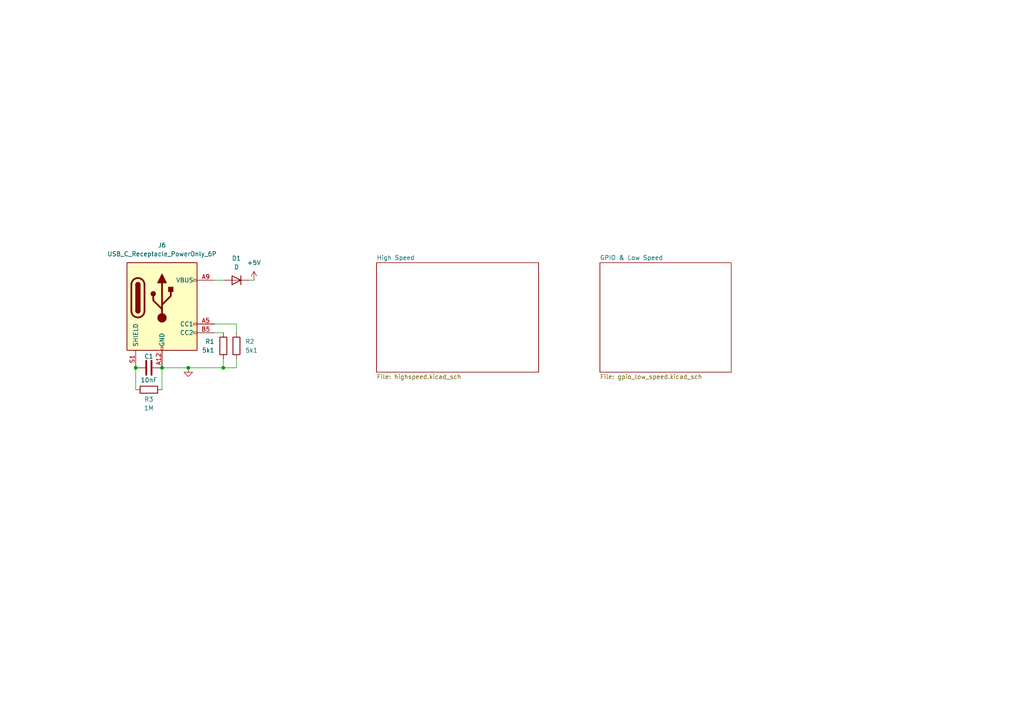
<source format=kicad_sch>
(kicad_sch (version 20231120) (generator "eeschema") (generator_version "8.0")
  (paper "A4")
  (lib_symbols
    (symbol "Connector:USB_C_Receptacle_PowerOnly_6P" (pin_names (offset 1.016))
      (property "Reference" "J" (at 0 16.51 0))
      (property "Value" "USB_C_Receptacle_PowerOnly_6P" (at 0 13.97 0))
      (symbol "USB_C_Receptacle_PowerOnly_6P_0_0"
        (rectangle (start -0.254 -12.7) (end 0.254 -11.684))
        (rectangle (start 10.16 -7.366) (end 9.144 -7.874))
        (rectangle (start 10.16 -4.826) (end 9.144 -5.334))
        (rectangle (start 10.16 7.874) (end 9.144 7.366))
      )
      (symbol "USB_C_Receptacle_PowerOnly_6P_0_1"
        (rectangle (start -10.16 12.7) (end 10.16 -12.7) (stroke (width 0.254)) (fill (type background)))
        (arc (start -8.89 -1.27) (mid -6.985 -3.1667) (end -5.08 -1.27) (stroke (width 0.508)))
        (arc (start -7.62 -1.27) (mid -6.985 -1.9023) (end -6.35 -1.27) (stroke (width 0.254)))
        (arc (start -7.62 -1.27) (mid -6.985 -1.9023) (end -6.35 -1.27) (stroke (width 0.254)) (fill (type outline)))
        (rectangle (start -7.62 -1.27) (end -6.35 6.35) (stroke (width 0.254)) (fill (type outline)))
        (arc (start -6.35 6.35) (mid -6.985 6.9823) (end -7.62 6.35) (stroke (width 0.254)))
        (arc (start -6.35 6.35) (mid -6.985 6.9823) (end -7.62 6.35) (stroke (width 0.254)) (fill (type outline)))
        (arc (start -5.08 6.35) (mid -6.985 8.2467) (end -8.89 6.35) (stroke (width 0.508)))
        (circle (center -2.54 3.683) (radius 0.635) (stroke (width 0.254)) (fill (type outline)))
        (circle (center 0 -3.302) (radius 1.27) (fill (type outline)))
        (polyline (pts (xy -8.89 -1.27) (xy -8.89 6.35)) (stroke (width 0.508)))
        (polyline (pts (xy -5.08 6.35) (xy -5.08 -1.27)) (stroke (width 0.508)))
        (polyline (pts (xy 0 -3.302) (xy 0 6.858)) (stroke (width 0.508)))
        (polyline (pts (xy 0 -0.762) (xy -2.54 1.778) (xy -2.54 3.048)) (stroke (width 0.508)))
        (polyline (pts (xy 0 0.508) (xy 2.54 3.048) (xy 2.54 4.318)) (stroke (width 0.508)))
        (polyline (pts (xy -1.27 6.858) (xy 0 9.398) (xy 1.27 6.858) (xy -1.27 6.858)) (stroke (width 0.254)) (fill (type outline)))
        (rectangle (start 1.905 4.318) (end 3.175 5.588) (stroke (width 0.254)) (fill (type outline)))
      )
      (symbol "USB_C_Receptacle_PowerOnly_6P_1_1"
        (pin passive line (at 0 -17.78 90) (length 5.08) (name "GND") (number "A12"))
        (pin bidirectional line (at 15.24 -5.08 180) (length 5.08) (name "CC1") (number "A5"))
        (pin passive line (at 15.24 7.62 180) (length 5.08) (name "VBUS") (number "A9"))
        (pin passive line (at 0 -17.78 90) (length 5.08) hide (name "GND") (number "B12"))
        (pin bidirectional line (at 15.24 -7.62 180) (length 5.08) (name "CC2") (number "B5"))
        (pin passive line (at 15.24 7.62 180) (length 5.08) hide (name "VBUS") (number "B9"))
        (pin passive line (at -7.62 -17.78 90) (length 5.08) (name "SHIELD") (number "S1"))
      )
    )
    (symbol "Device:C" (pin_numbers hide) (pin_names (offset 0.254))
      (property "Reference" "C" (at 0.635 2.54 0))
      (property "Value" "C" (at 0.635 -2.54 0))
      (symbol "C_0_1"
        (polyline (pts (xy -2.032 -0.762) (xy 2.032 -0.762)) (stroke (width 0.508)))
        (polyline (pts (xy -2.032 0.762) (xy 2.032 0.762)) (stroke (width 0.508)))
      )
      (symbol "C_1_1"
        (pin passive line (at 0 3.81 270) (length 2.794) (name "~") (number "1"))
        (pin passive line (at 0 -3.81 90) (length 2.794) (name "~") (number "2"))
      )
    )
    (symbol "Device:D" (pin_numbers hide) (pin_names (offset 1.016) hide)
      (property "Reference" "D" (at 0 2.54 0))
      (property "Value" "D" (at 0 -2.54 0))
      (symbol "D_0_1"
        (polyline (pts (xy -1.27 1.27) (xy -1.27 -1.27)) (stroke (width 0.254)))
        (polyline (pts (xy 1.27 0) (xy -1.27 0)))
        (polyline (pts (xy 1.27 1.27) (xy 1.27 -1.27) (xy -1.27 0) (xy 1.27 1.27)) (stroke (width 0.254)))
      )
      (symbol "D_1_1"
        (pin passive line (at -3.81 0 0) (length 2.54) (name "K") (number "1"))
        (pin passive line (at 3.81 0 180) (length 2.54) (name "A") (number "2"))
      )
    )
    (symbol "Device:R" (pin_numbers hide) (pin_names (offset 0))
      (property "Reference" "R" (at 2.032 0 90))
      (property "Value" "R" (at 0 0 90))
      (symbol "R_0_1"
        (rectangle (start -1.016 -2.54) (end 1.016 2.54) (stroke (width 0.254)))
      )
      (symbol "R_1_1"
        (pin passive line (at 0 3.81 270) (length 1.27) (name "~") (number "1"))
        (pin passive line (at 0 -3.81 90) (length 1.27) (name "~") (number "2"))
      )
    )
    (symbol "power:+5V" (power) (pin_numbers hide) (pin_names (offset 0) hide)
      (property "Value" "+5V" (at 0 3.556 0))
      (symbol "+5V_0_1"
        (polyline (pts (xy -0.762 1.27) (xy 0 2.54)))
        (polyline (pts (xy 0 0) (xy 0 2.54)))
        (polyline (pts (xy 0 2.54) (xy 0.762 1.27)))
      )
      (symbol "+5V_1_1"
        (pin power_in line (at 0 0 90) (length 0) (name "~") (number "1"))
      )
    )
    (symbol "power:GND" (power) (pin_numbers hide) (pin_names (offset 0) hide)
      (property "Value" "GND" (at 0 -3.81 0))
      (symbol "GND_0_1"
        (polyline (pts (xy 0 0) (xy 0 -1.27) (xy 1.27 -1.27) (xy 0 -2.54) (xy -1.27 -1.27) (xy 0 -1.27)))
      )
      (symbol "GND_1_1"
        (pin power_in line (at 0 0 270) (length 0) (name "~") (number "1"))
      )
    )
  )
  (junction (at 46.99 106.68))
  (junction (at 39.37 106.68))
  (junction (at 64.77 106.68))
  (junction (at 54.61 106.68))
  (wire (pts (xy 72.39 81.28) (xy 73.66 81.28)))
  (wire (pts (xy 39.37 106.68) (xy 39.37 113.03)))
  (wire (pts (xy 68.58 104.14) (xy 68.58 106.68)))
  (wire (pts (xy 62.23 96.52) (xy 64.77 96.52)))
  (wire (pts (xy 64.77 106.68) (xy 54.61 106.68)))
  (wire (pts (xy 46.99 106.68) (xy 54.61 106.68)))
  (wire (pts (xy 68.58 93.98) (xy 62.23 93.98)))
  (wire (pts (xy 68.58 106.68) (xy 64.77 106.68)))
  (wire (pts (xy 68.58 96.52) (xy 68.58 93.98)))
  (wire (pts (xy 46.99 106.68) (xy 46.99 113.03)))
  (wire (pts (xy 62.23 81.28) (xy 64.77 81.28)))
  (wire (pts (xy 64.77 104.14) (xy 64.77 106.68)))
  (symbol (lib_id "Device:R") (at 64.77 100.33 0) (unit 1)
    (property "Reference" "R1" (at 62.23 99.0599 0) (effects (justify right)))
    (property "Value" "5k1" (at 62.23 101.5999 0) (effects (justify right)))
    (property "Description" "Resistor" (effects (hide yes)))
  )
  (symbol (lib_id "Connector:USB_C_Receptacle_PowerOnly_6P") (at 46.99 88.9 0) (unit 1)
    (property "Reference" "J6" (at 46.99 71.12 0))
    (property "Value" "USB_C_Receptacle_PowerOnly_6P" (at 46.99 73.66 0))
    (property "Datasheet" "https://www.usb.org/sites/default/files/documents/usb_type-c.zip" (effects (hide yes)))
    (property "Description" "USB Power-Only 6P Type-C Receptacle connector" (effects (hide yes)))
  )
  (symbol (lib_id "power:+5V") (at 73.66 81.28 0) (unit 1)
    (property "Reference" "#PWR01" (effects (hide yes)))
    (property "Value" "+5V" (at 73.66 76.2 0))
    (property "Description" "Power symbol creates a global label with name \"+5V\"" (effects (hide yes)))
  )
  (symbol (lib_id "Device:R") (at 43.18 113.03 270) (unit 1)
    (property "Reference" "R3" (at 43.18 115.824 90))
    (property "Value" "1M" (at 43.18 118.364 90))
    (property "Description" "Resistor" (effects (hide yes)))
  )
  (symbol (lib_id "power:GND") (at 54.61 106.68 0) (unit 1)
    (property "Reference" "#PWR02" (effects (hide yes)))
    (property "Value" "GND" (effects (hide yes)))
    (property "Description" "Power symbol creates a global label with name \"GND\" , ground" (effects (hide yes)))
  )
  (symbol (lib_id "Device:R") (at 68.58 100.33 0) (mirror y) (unit 1)
    (property "Reference" "R2" (at 71.12 99.0599 0) (effects (justify right)))
    (property "Value" "5k1" (at 71.12 101.5999 0) (effects (justify right)))
    (property "Description" "Resistor" (effects (hide yes)))
  )
  (symbol (lib_id "Device:C") (at 43.18 106.68 270) (unit 1)
    (property "Reference" "C1" (at 43.18 103.378 90))
    (property "Value" "10nF" (at 43.18 110.236 90))
    (property "Description" "Unpolarized capacitor" (effects (hide yes)))
  )
  (symbol (lib_id "Device:D") (at 68.58 81.28 180) (unit 1)
    (property "Reference" "D1" (at 68.58 74.93 0))
    (property "Value" "D" (at 68.58 77.47 0))
    (property "Description" "Diode" (effects (hide yes)))
    (property "Sim.Device" "D" (effects (hide yes)))
    (property "Sim.Pins" "1=K 2=A" (effects (hide yes)))
  )
  (sheet (at 109.22 76.2) (size 46.99 31.75) (stroke (width 0.1524))
    (property "Sheetname" "High Speed" (at 109.22 75.4884 0) (effects (justify left bottom)))
    (property "Sheetfile" "highspeed.kicad_sch" (at 109.22 108.5346 0) (effects (justify left top)))
  )
  (sheet (at 173.99 76.2) (size 38.1 31.75) (stroke (width 0.1524))
    (property "Sheetname" "GPIO & Low Speed" (at 173.99 75.4884 0) (effects (justify left bottom)))
    (property "Sheetfile" "gpio_low_speed.kicad_sch" (at 173.99 108.5346 0) (effects (justify left top)))
  )
)
</source>
